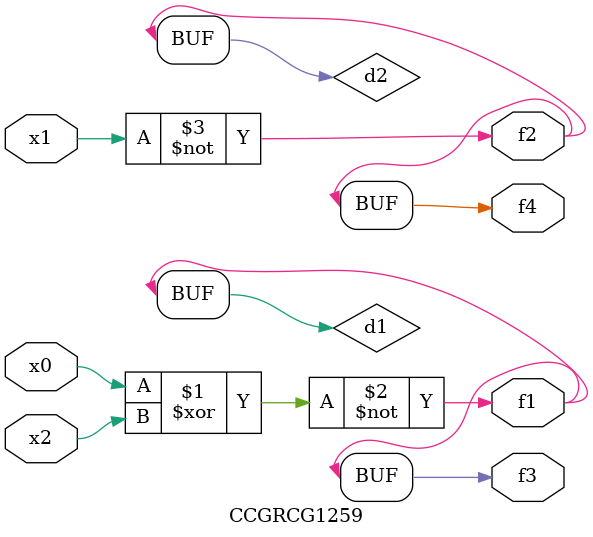
<source format=v>
module CCGRCG1259(
	input x0, x1, x2,
	output f1, f2, f3, f4
);

	wire d1, d2, d3;

	xnor (d1, x0, x2);
	nand (d2, x1);
	nor (d3, x1, x2);
	assign f1 = d1;
	assign f2 = d2;
	assign f3 = d1;
	assign f4 = d2;
endmodule

</source>
